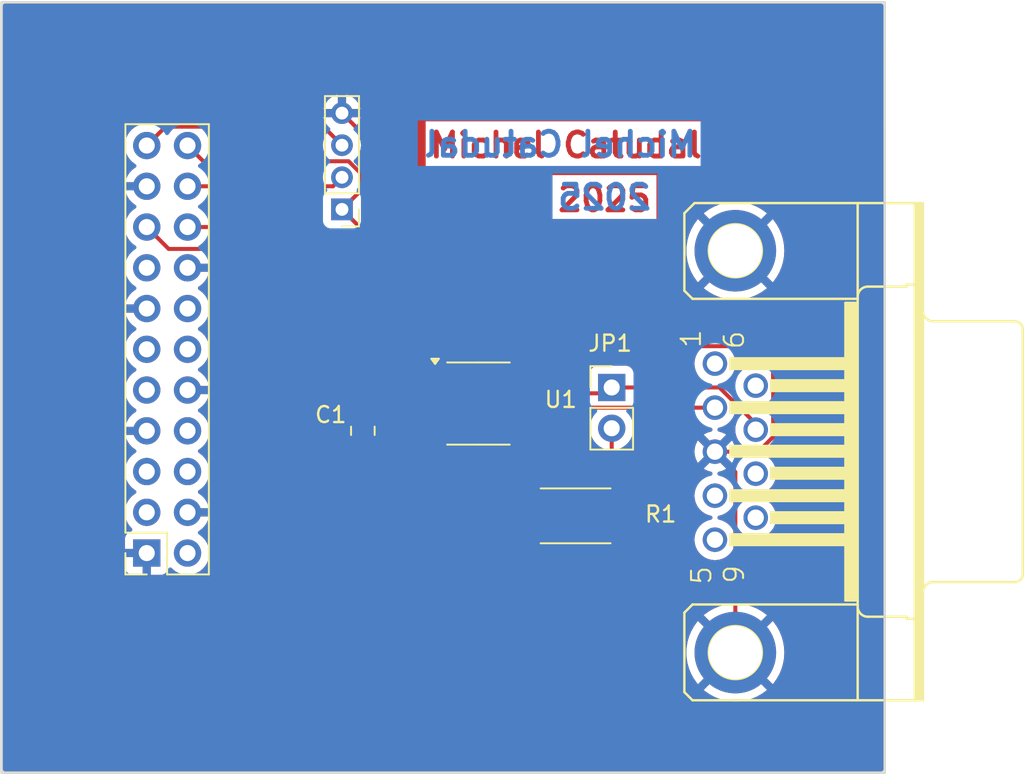
<source format=kicad_pcb>
(kicad_pcb (version 20240108) (generator "pcbnew") (generator_version "8.0")
  (title_block (date "2024-12-29"))
  (layers (0 "F.Cu" signal) (31 "B.Cu" signal) (34 "B.Paste" user) (35 "F.Paste" user) (36 "B.SilkS" user "B.Silkscreen") (37 "F.SilkS" user "F.Silkscreen") (38 "B.Mask" user) (39 "F.Mask" user) (44 "Edge.Cuts" user))
  (net 0 "")
  (net 1 "GND")
  (net 2 "+3V3")
  (net 4 "Net-(U1-CANL)")
  (net 7 "Net-(P2-Pin_3)")
  (net 9 "Net-(P2-Pin_2)")
  (net 19 "Net-(JP1-B)")
  (net 23 "Net-(JP1-A)")
  (net 25 "/MCAN0_RX")
  (net 26 "/MCAN0_TX")
  (footprint "Capacitor_SMD:C_0805_2012Metric_Pad1.18x1.45mm_HandSolder" (layer "F.Cu") (at 101.95 62.5 -90)
    (property "Reference" "C1" (at -1 2 180) (layer "F.SilkS"))
    (property "Value" "0.1uF")
    (fp_line (start -0.261252 0.735) (end 0.261252 0.735) (stroke (width 0.12)) (layer "F.SilkS"))
    (fp_line (start -0.261252 -0.735) (end 0.261252 -0.735) (stroke (width 0.12)) (layer "F.SilkS"))
    (pad "1" smd roundrect (at -1.0375 0 270) (size 1.175 1.45) (layers "F.Cu" "F.Paste" "F.Mask") (roundrect_rratio 0.212766) (net 2 "+3V3"))
    (pad "2" smd roundrect (at 1.0375 0 270) (size 1.175 1.45) (layers "F.Cu" "F.Paste" "F.Mask") (roundrect_rratio 0.212766) (net 1 "GND"))
  )
  (footprint "catu:PinHeader_2x11_P2.54mm_reverse" (layer "F.Cu") (at 88.45 44.8)
    (property "Reference" "P3" (hide yes))
    (property "Value" "J16")
    (fp_line (start -1.29 -1.41) (end 3.91 -1.41) (stroke (width 0.12)) (layer "F.SilkS"))
    (fp_line (start -1.29 24.05) (end -1.29 -1.41) (stroke (width 0.12)) (layer "F.SilkS"))
    (fp_line (start -1.29 24.05) (end 1.31 24.05) (stroke (width 0.12)) (layer "F.SilkS"))
    (fp_line (start -1.29 25.32) (end -1.29 26.65) (stroke (width 0.12)) (layer "F.SilkS"))
    (fp_line (start -1.29 26.65) (end 0.04 26.65) (stroke (width 0.12)) (layer "F.SilkS"))
    (fp_line (start 1.31 24.05) (end 1.31 26.65) (stroke (width 0.12)) (layer "F.SilkS"))
    (fp_line (start 1.31 26.65) (end 3.91 26.65) (stroke (width 0.12)) (layer "F.SilkS"))
    (fp_line (start 3.91 26.65) (end 3.91 -1.41) (stroke (width 0.12)) (layer "F.SilkS"))
    (pad "1" thru_hole rect (at 0.04 25.32 180) (size 1.7 1.7) (drill 1) (layers "*.Cu" "*.Mask") (net 1 "GND"))
    (pad "2" thru_hole oval (at 2.58 25.32 180) (size 1.7 1.7) (drill 1) (layers "*.Cu" "*.Mask"))
    (pad "3" thru_hole oval (at 0.04 22.78 180) (size 1.7 1.7) (drill 1) (layers "*.Cu" "*.Mask"))
    (pad "4" thru_hole oval (at 2.58 22.78 180) (size 1.7 1.7) (drill 1) (layers "*.Cu" "*.Mask") (net 1 "GND"))
    (pad "5" thru_hole oval (at 0.04 20.24 180) (size 1.7 1.7) (drill 1) (layers "*.Cu" "*.Mask"))
    (pad "6" thru_hole oval (at 2.58 20.24 180) (size 1.7 1.7) (drill 1) (layers "*.Cu" "*.Mask"))
    (pad "7" thru_hole oval (at 0.04 17.7 180) (size 1.7 1.7) (drill 1) (layers "*.Cu" "*.Mask") (net 1 "GND"))
    (pad "8" thru_hole oval (at 2.58 17.7 180) (size 1.7 1.7) (drill 1) (layers "*.Cu" "*.Mask"))
    (pad "9" thru_hole oval (at 0.04 15.16 180) (size 1.7 1.7) (drill 1) (layers "*.Cu" "*.Mask"))
    (pad "10" thru_hole oval (at 2.58 15.16 180) (size 1.7 1.7) (drill 1) (layers "*.Cu" "*.Mask") (net 1 "GND"))
    (pad "11" thru_hole oval (at 0.04 12.62 180) (size 1.7 1.7) (drill 1) (layers "*.Cu" "*.Mask"))
    (pad "12" thru_hole oval (at 2.58 12.62 180) (size 1.7 1.7) (drill 1) (layers "*.Cu" "*.Mask"))
    (pad "13" thru_hole oval (at 0.04 10.08 180) (size 1.7 1.7) (drill 1) (layers "*.Cu" "*.Mask") (net 1 "GND"))
    (pad "14" thru_hole oval (at 2.58 10.08 180) (size 1.7 1.7) (drill 1) (layers "*.Cu" "*.Mask"))
    (pad "15" thru_hole oval (at 0.04 7.54 180) (size 1.7 1.7) (drill 1) (layers "*.Cu" "*.Mask"))
    (pad "16" thru_hole oval (at 2.58 7.54 180) (size 1.7 1.7) (drill 1) (layers "*.Cu" "*.Mask") (net 1 "GND"))
    (pad "17" thru_hole oval (at 0.04 5 180) (size 1.7 1.7) (drill 1) (layers "*.Cu" "*.Mask") (net 26 "/MCAN0_TX"))
    (pad "18" thru_hole oval (at 2.58 5 180) (size 1.7 1.7) (drill 1) (layers "*.Cu" "*.Mask") (net 25 "/MCAN0_RX"))
    (pad "19" thru_hole oval (at 0.04 2.46 180) (size 1.7 1.7) (drill 1) (layers "*.Cu" "*.Mask") (net 1 "GND"))
    (pad "20" thru_hole oval (at 2.58 2.46 180) (size 1.7 1.7) (drill 1) (layers "*.Cu" "*.Mask") (net 9 "Net-(P2-Pin_2)"))
    (pad "21" thru_hole oval (at 0.04 -0.08 180) (size 1.7 1.7) (drill 1) (layers "*.Cu" "*.Mask") (net 7 "Net-(P2-Pin_3)"))
    (pad "22" thru_hole oval (at 2.58 -0.08 180) (size 1.7 1.7) (drill 1) (layers "*.Cu" "*.Mask") (net 2 "+3V3"))
  )
  (footprint "Package_SO:SOIC-8_3.9x4.9mm_P1.27mm" (layer "F.Cu") (at 109.15 60.8)
    (property "Reference" "U1" (at 5.125 -0.245 180) (layer "F.SilkS"))
    (property "Value" "SN65HVD230")
    (fp_line (start 0 -2.56) (end -1.95 -2.56) (stroke (width 0.12)) (layer "F.SilkS"))
    (fp_line (start 0 -2.56) (end 1.95 -2.56) (stroke (width 0.12)) (layer "F.SilkS"))
    (fp_line (start 0 2.56) (end -1.95 2.56) (stroke (width 0.12)) (layer "F.SilkS"))
    (fp_line (start 0 2.56) (end 1.95 2.56) (stroke (width 0.12)) (layer "F.SilkS"))
    (fp_poly (pts (xy -2.7 -2.465) (xy -2.94 -2.795) (xy -2.46 -2.795) (xy -2.7 -2.465)) (stroke (width 0.12)) (fill solid) (layer "F.SilkS"))
    (pad "1" smd roundrect (at -2.475 -1.905) (size 1.95 0.6) (layers "F.Cu" "F.Paste" "F.Mask") (net 26 "/MCAN0_TX"))
    (pad "2" smd roundrect (at -2.475 -0.635) (size 1.95 0.6) (layers "F.Cu" "F.Paste" "F.Mask") (net 1 "GND"))
    (pad "3" smd roundrect (at -2.475 0.635) (size 1.95 0.6) (layers "F.Cu" "F.Paste" "F.Mask") (net 2 "+3V3"))
    (pad "4" smd roundrect (at -2.475 1.905) (size 1.95 0.6) (layers "F.Cu" "F.Paste" "F.Mask") (net 25 "/MCAN0_RX"))
    (pad "5" smd roundrect (at 2.475 1.905) (size 1.95 0.6) (layers "F.Cu" "F.Paste" "F.Mask"))
    (pad "6" smd roundrect (at 2.475 0.635) (size 1.95 0.6) (layers "F.Cu" "F.Paste" "F.Mask") (net 4 "Net-(U1-CANL)"))
    (pad "7" smd roundrect (at 2.475 -0.635) (size 1.95 0.6) (layers "F.Cu" "F.Paste" "F.Mask") (net 23 "Net-(JP1-A)"))
    (pad "8" smd roundrect (at 2.475 -1.905) (size 1.95 0.6) (layers "F.Cu" "F.Paste" "F.Mask") (net 1 "GND"))
  )
  (footprint "Resistor_SMD:R_2512_6332Metric_Pad1.40x3.35mm_HandSolder" (layer "F.Cu") (at 115.2 67.8 180)
    (property "Reference" "R1" (at -5.3 0.1 0) (layer "F.SilkS"))
    (property "Value" "120")
    (fp_line (start -2.177064 1.71) (end 2.177064 1.71) (stroke (width 0.12)) (layer "F.SilkS"))
    (fp_line (start -2.177064 -1.71) (end 2.177064 -1.71) (stroke (width 0.12)) (layer "F.SilkS"))
    (pad "1" smd roundrect (at -3.05 0 180) (size 1.4 3.35) (layers "F.Cu" "F.Paste" "F.Mask") (roundrect_rratio 0.178571) (net 19 "Net-(JP1-B)"))
    (pad "2" smd roundrect (at 3.05 0 180) (size 1.4 3.35) (layers "F.Cu" "F.Paste" "F.Mask") (roundrect_rratio 0.178571) (net 4 "Net-(U1-CANL)"))
  )
  (footprint "Connector_PinHeader_2.00mm:PinHeader_1x04_P2.00mm_Vertical" (layer "F.Cu") (at 100.65 48.7 180)
    (property "Reference" "P2" (hide yes))
    (property "Value" "I2C")
    (fp_line (start 1.06 1) (end 1.06 7.06) (stroke (width 0.12)) (layer "F.SilkS"))
    (fp_line (start -1.06 7.06) (end 1.06 7.06) (stroke (width 0.12)) (layer "F.SilkS"))
    (fp_line (start -1.06 1) (end 1.06 1) (stroke (width 0.12)) (layer "F.SilkS"))
    (fp_line (start -1.06 1) (end -1.06 7.06) (stroke (width 0.12)) (layer "F.SilkS"))
    (fp_line (start -1.06 0) (end -1.06 -1.06) (stroke (width 0.12)) (layer "F.SilkS"))
    (fp_line (start -1.06 -1.06) (end 0 -1.06) (stroke (width 0.12)) (layer "F.SilkS"))
    (pad "1" thru_hole rect (at 0 0 180) (size 1.35 1.35) (drill 0.8) (layers "*.Cu" "*.Mask") (net 2 "+3V3"))
    (pad "2" thru_hole oval (at 0 2 180) (size 1.35 1.35) (drill 0.8) (layers "*.Cu" "*.Mask") (net 9 "Net-(P2-Pin_2)"))
    (pad "3" thru_hole oval (at 0 4 180) (size 1.35 1.35) (drill 0.8) (layers "*.Cu" "*.Mask") (net 7 "Net-(P2-Pin_3)"))
    (pad "4" thru_hole oval (at 0 6 180) (size 1.35 1.35) (drill 0.8) (layers "*.Cu" "*.Mask") (net 1 "GND"))
  )
  (footprint "catu:F09HP" (layer "F.Cu") (at 125.15 63.8 -90)
    (property "Reference" "P1" (hide yes))
    (property "Value" "F09HP" (hide yes))
    (fp_line (start -14.859 3.175) (end -15.494 2.54) (stroke (width 0.1524)) (layer "F.SilkS"))
    (fp_line (start -10.033 3.175) (end -14.859 3.175) (stroke (width 0.1524)) (layer "F.SilkS"))
    (fp_line (start -10.033 3.175) (end -9.525 2.667) (stroke (width 0.1524)) (layer "F.SilkS"))
    (fp_line (start 10.033 3.175) (end 14.986 3.175) (stroke (width 0.1524)) (layer "F.SilkS"))
    (fp_line (start 14.986 3.175) (end 15.494 2.667) (stroke (width 0.1524)) (layer "F.SilkS"))
    (fp_line (start -9.525 2.667) (end -9.525 -7.62) (stroke (width 0.1524)) (layer "F.SilkS"))
    (fp_line (start 9.525 2.667) (end 10.033 3.175) (stroke (width 0.1524)) (layer "F.SilkS"))
    (fp_line (start 9.525 2.667) (end 9.525 -7.62) (stroke (width 0.1524)) (layer "F.SilkS"))
    (fp_line (start 15.494 2.667) (end 15.494 -7.493) (stroke (width 0.1524)) (layer "F.SilkS"))
    (fp_line (start -15.494 2.54) (end -15.494 -7.493) (stroke (width 0.1524)) (layer "F.SilkS"))
    (fp_line (start -9.271 -6.858) (end 9.271 -6.858) (stroke (width 0.1524)) (layer "F.SilkS"))
    (fp_line (start -15.494 -7.62) (end -15.494 -7.493) (stroke (width 0.1524)) (layer "F.SilkS"))
    (fp_line (start -15.494 -7.62) (end -10.414 -7.62) (stroke (width 0.1524)) (layer "F.SilkS"))
    (fp_line (start -15.494 -7.62) (end -15.494 -10.668) (stroke (width 0.1524)) (layer "F.SilkS"))
    (fp_line (start -10.414 -7.62) (end -9.525 -7.62) (stroke (width 0.1524)) (layer "F.SilkS"))
    (fp_line (start -9.525 -7.62) (end -9.271 -7.62) (stroke (width 0.1524)) (layer "F.SilkS"))
    (fp_line (start -9.271 -7.62) (end -9.271 -6.858) (stroke (width 0.1524)) (layer "F.SilkS"))
    (fp_line (start -9.271 -7.62) (end 9.271 -7.62) (stroke (width 0.1524)) (layer "F.SilkS"))
    (fp_line (start 9.271 -7.62) (end 9.271 -6.858) (stroke (width 0.1524)) (layer "F.SilkS"))
    (fp_line (start 9.271 -7.62) (end 9.525 -7.62) (stroke (width 0.1524)) (layer "F.SilkS"))
    (fp_line (start 9.525 -7.62) (end 10.414 -7.62) (stroke (width 0.1524)) (layer "F.SilkS"))
    (fp_line (start 10.414 -7.62) (end 15.494 -7.62) (stroke (width 0.1524)) (layer "F.SilkS"))
    (fp_line (start 15.494 -7.62) (end 15.494 -7.493) (stroke (width 0.1524)) (layer "F.SilkS"))
    (fp_line (start -10.287 -8.255) (end -10.287 -10.668) (stroke (width 0.1524)) (layer "F.SilkS"))
    (fp_line (start 10.287 -8.255) (end 10.287 -10.668) (stroke (width 0.1524)) (layer "F.SilkS"))
    (fp_line (start -15.494 -10.668) (end -15.494 -11.176) (stroke (width 0.1524)) (layer "F.SilkS"))
    (fp_line (start -10.414 -10.668) (end -10.287 -10.668) (stroke (width 0.1524)) (layer "F.SilkS"))
    (fp_line (start -10.414 -10.668) (end -10.414 -11.176) (stroke (width 0.1524)) (layer "F.SilkS"))
    (fp_line (start 10.287 -10.668) (end 10.414 -10.668) (stroke (width 0.1524)) (layer "F.SilkS"))
    (fp_line (start 10.414 -10.668) (end 10.414 -11.176) (stroke (width 0.1524)) (layer "F.SilkS"))
    (fp_line (start 15.494 -10.668) (end 15.494 -7.62) (stroke (width 0.1524)) (layer "F.SilkS"))
    (fp_line (start -15.494 -11.176) (end -12.954 -11.176) (stroke (width 0.1524)) (layer "F.SilkS"))
    (fp_line (start -15.494 -11.176) (end -15.494 -11.684) (stroke (width 0.1524)) (layer "F.SilkS"))
    (fp_line (start -12.954 -11.176) (end -10.414 -11.176) (stroke (width 0.1524)) (layer "F.SilkS"))
    (fp_line (start -10.414 -11.176) (end 10.414 -11.176) (stroke (width 0.1524)) (layer "F.SilkS"))
    (fp_line (start 10.414 -11.176) (end 12.954 -11.176) (stroke (width 0.1524)) (layer "F.SilkS"))
    (fp_line (start 12.954 -11.176) (end 15.494 -11.176) (stroke (width 0.1524)) (layer "F.SilkS"))
    (fp_line (start 15.494 -11.176) (end 15.494 -10.668) (stroke (width 0.1524)) (layer "F.SilkS"))
    (fp_line (start -15.494 -11.684) (end -7.747 -11.684) (stroke (width 0.1524)) (layer "F.SilkS"))
    (fp_line (start -7.747 -11.684) (end 7.747 -11.684) (stroke (width 0.1524)) (layer "F.SilkS"))
    (fp_line (start 7.747 -11.684) (end 15.494 -11.684) (stroke (width 0.1524)) (layer "F.SilkS"))
    (fp_line (start 15.494 -11.684) (end 15.494 -11.176) (stroke (width 0.1524)) (layer "F.SilkS"))
    (fp_line (start -8.128 -12.319) (end -8.128 -17.399) (stroke (width 0.1524)) (layer "F.SilkS"))
    (fp_line (start 8.128 -12.319) (end 8.128 -17.399) (stroke (width 0.1524)) (layer "F.SilkS"))
    (fp_line (start -7.62 -17.907) (end -7.366 -17.907) (stroke (width 0.1524)) (layer "F.SilkS"))
    (fp_line (start -7.366 -17.907) (end 7.366 -17.907) (stroke (width 0.1524)) (layer "F.SilkS"))
    (fp_line (start 7.366 -17.907) (end 7.62 -17.907) (stroke (width 0.1524)) (layer "F.SilkS"))
    (fp_arc (start -9.652 -7.62) (mid -10.101013 -7.805987) (end -10.287 -8.255) (stroke (width 0.1524)) (layer "F.SilkS"))
    (fp_arc (start 10.287 -8.255) (mid 10.101013 -7.805987) (end 9.652 -7.62) (stroke (width 0.1524)) (layer "F.SilkS"))
    (fp_arc (start 8.763 -11.684) (mid 8.313987 -11.869987) (end 8.128 -12.319) (stroke (width 0.1524)) (layer "F.SilkS"))
    (fp_arc (start -8.128 -12.319) (mid -8.313987 -11.869987) (end -8.763 -11.684) (stroke (width 0.1524)) (layer "F.SilkS"))
    (fp_arc (start -8.128 -17.399) (mid -7.97921 -17.75821) (end -7.62 -17.907) (stroke (width 0.1524)) (layer "F.SilkS"))
    (fp_arc (start 7.62 -17.907) (mid 7.97921 -17.75821) (end 8.128 -17.399) (stroke (width 0.1524)) (layer "F.SilkS"))
    (fp_circle (center -12.5222 0) (end -10.8712 0) (stroke (width 0.1524)) (fill none) (layer "F.SilkS"))
    (fp_circle (center 12.5222 0) (end 14.1732 0) (stroke (width 0.1524)) (fill none) (layer "F.SilkS"))
    (fp_poly (pts (xy -5.8928 0.381) (xy -5.08 0.381) (xy -5.08 -6.858) (xy -5.8928 -6.858)) (fill solid) (layer "F.SilkS"))
    (fp_poly (pts (xy -3.1496 0.381) (xy -2.3368 0.381) (xy -2.3368 -6.858) (xy -3.1496 -6.858)) (fill solid) (layer "F.SilkS"))
    (fp_poly (pts (xy -0.4318 0.381) (xy 0.381 0.381) (xy 0.381 -6.858) (xy -0.4318 -6.858)) (fill solid) (layer "F.SilkS"))
    (fp_poly (pts (xy 2.3368 0.381) (xy 3.1496 0.381) (xy 3.1496 -6.858) (xy 2.3368 -6.858)) (fill solid) (layer "F.SilkS"))
    (fp_poly (pts (xy 5.08 0.381) (xy 5.8928 0.381) (xy 5.8928 -6.858) (xy 5.08 -6.858)) (fill solid) (layer "F.SilkS"))
    (fp_poly (pts (xy -4.5212 -2.159) (xy -3.7084 -2.159) (xy -3.7084 -6.858) (xy -4.5212 -6.858)) (fill solid) (layer "F.SilkS"))
    (fp_poly (pts (xy -1.778 -2.159) (xy -0.9652 -2.159) (xy -0.9652 -6.858) (xy -1.778 -6.858)) (fill solid) (layer "F.SilkS"))
    (fp_poly (pts (xy 0.9398 -2.159) (xy 1.7526 -2.159) (xy 1.7526 -6.858) (xy 0.9398 -6.858)) (fill solid) (layer "F.SilkS"))
    (fp_poly (pts (xy 3.7084 -2.159) (xy 4.5212 -2.159) (xy 4.5212 -6.858) (xy 3.7084 -6.858)) (fill solid) (layer "F.SilkS"))
    (fp_poly (pts (xy -9.271 -6.858) (xy 9.271 -6.858) (xy 9.271 -7.62) (xy -9.271 -7.62)) (fill solid) (layer "F.SilkS"))
    (fp_poly (pts (xy -15.494 -11.176) (xy 15.494 -11.176) (xy 15.494 -11.684) (xy -15.494 -11.684)) (fill solid) (layer "F.SilkS"))
    (fp_text user "6" (at -7.62 -0.635 90) (layer "F.SilkS") (effects (font (size 1.2065 1.2065) (thickness 0.127)) (justify right bottom)))
    (fp_text user "5" (at 7.05 1.4 -90) (layer "F.SilkS") (effects (font (size 1.2065 1.2065) (thickness 0.127)) (justify right bottom)))
    (fp_text user "1" (at -7.7 2.05 90) (layer "F.SilkS") (effects (font (size 1.2065 1.2065) (thickness 0.127)) (justify right bottom)))
    (fp_text user "9" (at 6.985 -0.635 90) (layer "F.SilkS") (effects (font (size 1.2065 1.2065) (thickness 0.127)) (justify right bottom)))
    (pad "1" thru_hole circle (at -5.4864 1.27 270) (size 1.524 1.524) (drill 1.016) (layers "*.Cu" "*.Mask"))
    (pad "2" thru_hole circle (at -2.7432 1.27 270) (size 1.524 1.524) (drill 1.016) (layers "*.Cu" "*.Mask") (net 4 "Net-(U1-CANL)"))
    (pad "3" thru_hole circle (at 0 1.27 270) (size 1.524 1.524) (drill 1.016) (layers "*.Cu" "*.Mask") (net 1 "GND"))
    (pad "4" thru_hole circle (at 2.7432 1.27 270) (size 1.524 1.524) (drill 1.016) (layers "*.Cu" "*.Mask"))
    (pad "5" thru_hole circle (at 5.4864 1.27 270) (size 1.524 1.524) (drill 1.016) (layers "*.Cu" "*.Mask"))
    (pad "6" thru_hole circle (at -4.1148 -1.27 270) (size 1.524 1.524) (drill 1.016) (layers "*.Cu" "*.Mask"))
    (pad "7" thru_hole circle (at -1.3716 -1.27 270) (size 1.524 1.524) (drill 1.016) (layers "*.Cu" "*.Mask") (net 23 "Net-(JP1-A)"))
    (pad "8" thru_hole circle (at 1.3716 -1.27 270) (size 1.524 1.524) (drill 1.016) (layers "*.Cu" "*.Mask"))
    (pad "9" thru_hole circle (at 4.1148 -1.27 270) (size 1.524 1.524) (drill 1.016) (layers "*.Cu" "*.Mask"))
    (pad "G1" thru_hole circle (at -12.5222 0 270) (size 5.08 5.08) (drill 3.302) (layers "*.Cu" "*.Mask") (net 1 "GND"))
    (pad "G2" thru_hole circle (at 12.5222 0 270) (size 5.08 5.08) (drill 3.302) (layers "*.Cu" "*.Mask") (net 1 "GND"))
  )
  (footprint "Connector_PinHeader_2.54mm:PinHeader_1x02_P2.54mm_Vertical" (layer "F.Cu") (at 117.45 59.8)
    (property "Reference" "JP1" (at -0.1 -2.75 0) (layer "F.SilkS"))
    (property "Value" "Enable termination resistor")
    (fp_line (start -1.33 -1.33) (end 0 -1.33) (stroke (width 0.12)) (layer "F.SilkS"))
    (fp_line (start -1.33 0) (end -1.33 -1.33) (stroke (width 0.12)) (layer "F.SilkS"))
    (fp_line (start -1.33 1.27) (end -1.33 3.87) (stroke (width 0.12)) (layer "F.SilkS"))
    (fp_line (start -1.33 1.27) (end 1.33 1.27) (stroke (width 0.12)) (layer "F.SilkS"))
    (fp_line (start -1.33 3.87) (end 1.33 3.87) (stroke (width 0.12)) (layer "F.SilkS"))
    (fp_line (start 1.33 1.27) (end 1.33 3.87) (stroke (width 0.12)) (layer "F.SilkS"))
    (pad "1" thru_hole rect (at 0 0) (size 1.7 1.7) (drill 1) (layers "*.Cu" "*.Mask") (net 23 "Net-(JP1-A)"))
    (pad "2" thru_hole oval (at 0 2.54) (size 1.7 1.7) (drill 1) (layers "*.Cu" "*.Mask") (net 19 "Net-(JP1-B)"))
  )
  (gr_line (start 79.45 83.8) (end 79.45 35.8) (stroke (width 0.15)) (layer "Edge.Cuts"))
  (gr_line (start 134.45 83.8) (end 79.45 83.8) (stroke (width 0.15)) (layer "Edge.Cuts"))
  (gr_line (start 134.45 35.8) (end 79.45 35.8) (stroke (width 0.15)) (layer "Edge.Cuts"))
  (gr_line (start 134.45 35.8) (end 134.45 83.8) (stroke (width 0.15)) (layer "Edge.Cuts"))
  (gr_text "Michel Catudal\n" (at 114.6 44.7 0) (layer "F.Cu") (effects (font (size 1.5 1.5) (thickness 0.3))))
  (gr_text "2025" (at 117 48.05 0) (layer "F.Cu") (effects (font (size 1.5 1.5) (thickness 0.3))))
  (gr_text "2025" (at 117 47.95 0) (layer "B.Cu") (effects (font (size 1.5 1.5) (thickness 0.3)) (justify mirror)))
  (gr_text "Michel Catudal" (at 114.25 44.65 0) (layer "B.Cu") (effects (font (size 1.5 1.5) (thickness 0.3)) (justify mirror)))
  (segment (start 111.625 58.895) (end 113.2934 57.2266) (width 0.25) (layer "F.Cu") (net 1))
  (segment (start 98.6375 63.5375) (end 98.05 62.95) (width 0.25) (layer "F.Cu") (net 1))
  (segment (start 113.2934 57.2266) (end 127.4234 57.2266) (width 0.25) (layer "F.Cu") (net 1))
  (segment (start 100.65 42.7) (end 111.625 53.675) (width 0.25) (layer "F.Cu") (net 1))
  (segment (start 127.507 53.6348) (end 127.507 59.5) (width 0.25) (layer "F.Cu") (net 1))
  (segment (start 111.625 53.675) (end 111.625 58.895) (width 0.25) (layer "F.Cu") (net 1))
  (segment (start 127.507 62.878651) (end 126.585651 63.8) (width 0.25) (layer "F.Cu") (net 1))
  (segment (start 104.815 60.165) (end 106.675 60.165) (width 0.25) (layer "F.Cu") (net 1))
  (segment (start 101.95 63.5375) (end 98.6375 63.5375) (width 0.25) (layer "F.Cu") (net 1))
  (segment (start 98.05 62.95) (end 98.05 60.01) (width 0.25) (layer "F.Cu") (net 1))
  (segment (start 125.15 65.07) (end 125.15 76.3222) (width 0.25) (layer "F.Cu") (net 1))
  (segment (start 127.507 59.5) (end 127.507 62.878651) (width 0.25) (layer "F.Cu") (net 1))
  (segment (start 127.45 57.2) (end 127.507 57.257) (width 0.25) (layer "F.Cu") (net 1))
  (segment (start 104.61 59.96) (end 104.815 60.165) (width 0.25) (layer "F.Cu") (net 1))
  (segment (start 127.4234 57.2266) (end 127.45 57.2) (width 0.25) (layer "F.Cu") (net 1))
  (segment (start 125.15 51.2778) (end 127.507 53.6348) (width 0.25) (layer "F.Cu") (net 1))
  (segment (start 126.585651 63.8) (end 123.88 63.8) (width 0.25) (layer "F.Cu") (net 1))
  (segment (start 123.88 63.8) (end 125.15 65.07) (width 0.25) (layer "F.Cu") (net 1))
  (segment (start 91.03 59.96) (end 98.1 59.96) (width 0.25) (layer "F.Cu") (net 1))
  (segment (start 98.05 60.01) (end 98.1 59.96) (width 0.25) (layer "F.Cu") (net 1))
  (segment (start 98.1 59.96) (end 104.61 59.96) (width 0.25) (layer "F.Cu") (net 1))
  (segment (start 127.507 57.257) (end 127.507 59.5) (width 0.25) (layer "F.Cu") (net 1))
  (segment (start 104.1875 61.4625) (end 104.215 61.435) (width 0.25) (layer "F.Cu") (net 2))
  (segment (start 91.03 44.72) (end 92.01 45.7) (width 0.25) (layer "F.Cu") (net 2))
  (segment (start 108.12 63.33) (end 104.63 63.33) (width 0.25) (layer "F.Cu") (net 2))
  (segment (start 103.8125 62.5125) (end 103.8125 61.8375) (width 0.25) (layer "F.Cu") (net 2))
  (segment (start 108.75 62.7) (end 108.12 63.33) (width 0.25) (layer "F.Cu") (net 2))
  (segment (start 101.9 47.45) (end 100.65 48.7) (width 0.25) (layer "F.Cu") (net 2))
  (segment (start 103.8125 61.8375) (end 104.215 61.435) (width 0.25) (layer "F.Cu") (net 2))
  (segment (start 100.65 48.7) (end 108.75 56.8) (width 0.25) (layer "F.Cu") (net 2))
  (segment (start 108.75 56.8) (end 108.75 62.7) (width 0.25) (layer "F.Cu") (net 2))
  (segment (start 104.215 61.435) (end 106.675 61.435) (width 0.25) (layer "F.Cu") (net 2))
  (segment (start 104.63 63.33) (end 103.8125 62.5125) (width 0.25) (layer "F.Cu") (net 2))
  (segment (start 92.01 45.7) (end 101.064214 45.7) (width 0.25) (layer "F.Cu") (net 2))
  (segment (start 101.064214 45.7) (end 101.9 46.535786) (width 0.25) (layer "F.Cu") (net 2))
  (segment (start 101.9 46.535786) (end 101.9 47.45) (width 0.25) (layer "F.Cu") (net 2))
  (segment (start 101.95 61.4625) (end 104.1875 61.4625) (width 0.25) (layer "F.Cu") (net 2))
  (segment (start 112.599999 61.435) (end 113.2 62.035001) (width 0.25) (layer "F.Cu") (net 4))
  (segment (start 113.2 62.035001) (end 114.178201 61.0568) (width 0.25) (layer "F.Cu") (net 4))
  (segment (start 114.178201 61.0568) (end 123.88 61.0568) (width 0.25) (layer "F.Cu") (net 4))
  (segment (start 111.625 61.435) (end 112.599999 61.435) (width 0.25) (layer "F.Cu") (net 4))
  (segment (start 113.2 66.75) (end 112.15 67.8) (width 0.25) (layer "F.Cu") (net 4))
  (segment (start 113.2 62.035001) (end 113.2 66.75) (width 0.25) (layer "F.Cu") (net 4))
  (segment (start 88.49 44.72) (end 89.665 43.545) (width 0.25) (layer "F.Cu") (net 7))
  (segment (start 99.495 43.545) (end 100.65 44.7) (width 0.25) (layer "F.Cu") (net 7))
  (segment (start 89.665 43.545) (end 99.495 43.545) (width 0.25) (layer "F.Cu") (net 7))
  (segment (start 91.03 47.26) (end 100.09 47.26) (width 0.25) (layer "F.Cu") (net 9))
  (segment (start 100.09 47.26) (end 100.65 46.7) (width 0.25) (layer "F.Cu") (net 9))
  (segment (start 117.45 67) (end 118.25 67.8) (width 0.25) (layer "F.Cu") (net 19))
  (segment (start 117.45 62.34) (end 117.45 67) (width 0.25) (layer "F.Cu") (net 19))
  (segment (start 111.625 60.165) (end 117.085 60.165) (width 0.25) (layer "F.Cu") (net 23))
  (segment (start 117.085 60.165) (end 117.45 59.8) (width 0.25) (layer "F.Cu") (net 23))
  (segment (start 126.42 62.059549) (end 126.42 62.4284) (width 0.25) (layer "F.Cu") (net 23))
  (segment (start 117.45 59.8) (end 124.160451 59.8) (width 0.25) (layer "F.Cu") (net 23))
  (segment (start 124.160451 59.8) (end 126.42 62.059549) (width 0.25) (layer "F.Cu") (net 23))
  (segment (start 108.3 58.869092) (end 108.3 62.45) (width 0.25) (layer "F.Cu") (net 25))
  (segment (start 108.045 62.705) (end 106.675 62.705) (width 0.25) (layer "F.Cu") (net 25))
  (segment (start 91.03 49.8) (end 99.230908 49.8) (width 0.25) (layer "F.Cu") (net 25))
  (segment (start 99.230908 49.8) (end 108.3 58.869092) (width 0.25) (layer "F.Cu") (net 25))
  (segment (start 108.3 62.45) (end 108.045 62.705) (width 0.25) (layer "F.Cu") (net 25))
  (segment (start 89.855 51.165) (end 98.945 51.165) (width 0.25) (layer "F.Cu") (net 26))
  (segment (start 88.49 49.8) (end 89.855 51.165) (width 0.25) (layer "F.Cu") (net 26))
  (segment (start 98.945 51.165) (end 106.675 58.895) (width 0.25) (layer "F.Cu") (net 26))
  (zone (net 1) (net_name "GND") (layer "F.Cu") (connect_pads (clearance 0.508)) (min_thickness 0.254) (fill yes (thermal_gap 0.508) (thermal_bridge_width 0.508))
    (polygon (pts (xy 134.4 83.8) (xy 79.45 83.85) (xy 79.5 35.65) (xy 134.35 35.65)))
  )
  (zone (net 1) (net_name "GND") (layer "B.Cu") (connect_pads (clearance 0.508)) (min_thickness 0.254) (fill yes (thermal_gap 0.508) (thermal_bridge_width 0.508))
    (polygon (pts (xy 134.4 83.75) (xy 79.35 83.9) (xy 79.5 35.7) (xy 134.6 35.7)))
  )
)
</source>
